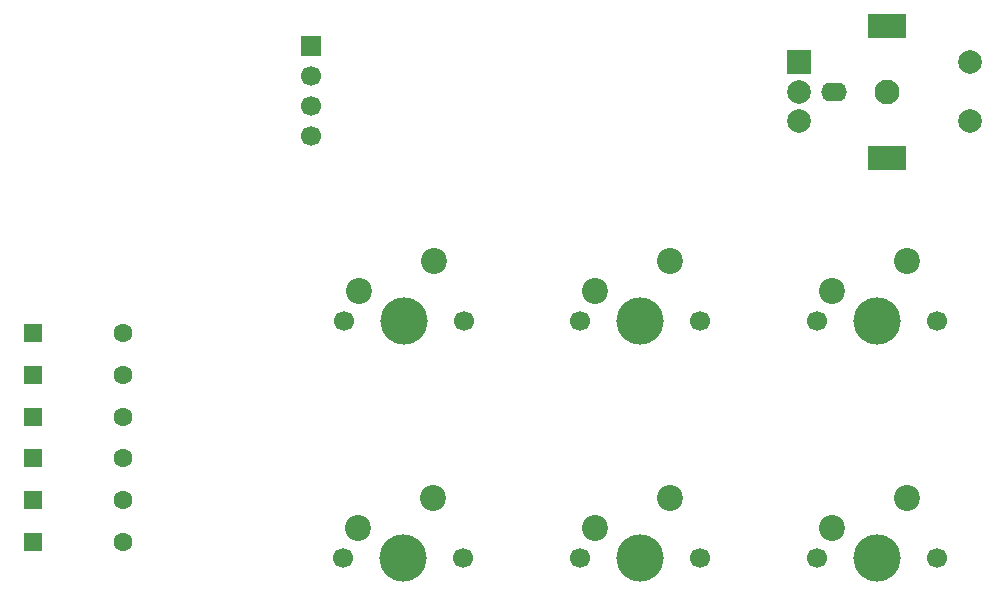
<source format=gbr>
%TF.GenerationSoftware,KiCad,Pcbnew,9.0.3*%
%TF.CreationDate,2026-01-25T12:41:43-05:00*%
%TF.ProjectId,hackclub_macropad,6861636b-636c-4756-925f-6d6163726f70,rev?*%
%TF.SameCoordinates,Original*%
%TF.FileFunction,Soldermask,Bot*%
%TF.FilePolarity,Negative*%
%FSLAX46Y46*%
G04 Gerber Fmt 4.6, Leading zero omitted, Abs format (unit mm)*
G04 Created by KiCad (PCBNEW 9.0.3) date 2026-01-25 12:41:43*
%MOMM*%
%LPD*%
G01*
G04 APERTURE LIST*
G04 Aperture macros list*
%AMRoundRect*
0 Rectangle with rounded corners*
0 $1 Rounding radius*
0 $2 $3 $4 $5 $6 $7 $8 $9 X,Y pos of 4 corners*
0 Add a 4 corners polygon primitive as box body*
4,1,4,$2,$3,$4,$5,$6,$7,$8,$9,$2,$3,0*
0 Add four circle primitives for the rounded corners*
1,1,$1+$1,$2,$3*
1,1,$1+$1,$4,$5*
1,1,$1+$1,$6,$7*
1,1,$1+$1,$8,$9*
0 Add four rect primitives between the rounded corners*
20,1,$1+$1,$2,$3,$4,$5,0*
20,1,$1+$1,$4,$5,$6,$7,0*
20,1,$1+$1,$6,$7,$8,$9,0*
20,1,$1+$1,$8,$9,$2,$3,0*%
G04 Aperture macros list end*
%ADD10C,1.700000*%
%ADD11C,4.000000*%
%ADD12C,2.200000*%
%ADD13R,1.700000X1.700000*%
%ADD14O,2.200000X1.600000*%
%ADD15C,2.100000*%
%ADD16R,2.000000X2.000000*%
%ADD17C,2.000000*%
%ADD18R,3.200000X2.000000*%
%ADD19RoundRect,0.250000X-0.550000X-0.550000X0.550000X-0.550000X0.550000X0.550000X-0.550000X0.550000X0*%
%ADD20C,1.600000*%
G04 APERTURE END LIST*
D10*
%TO.C,SW6*%
X162680000Y-86790000D03*
D11*
X167760000Y-86790000D03*
D10*
X172840000Y-86790000D03*
D12*
X170300000Y-81710000D03*
X163950000Y-84250000D03*
%TD*%
D10*
%TO.C,SW5*%
X162680000Y-66730000D03*
D11*
X167760000Y-66730000D03*
D10*
X172840000Y-66730000D03*
D12*
X170300000Y-61650000D03*
X163950000Y-64190000D03*
%TD*%
D10*
%TO.C,SW4*%
X142580000Y-86780000D03*
D11*
X147660000Y-86780000D03*
D10*
X152740000Y-86780000D03*
D12*
X150200000Y-81700000D03*
X143850000Y-84240000D03*
%TD*%
D10*
%TO.C,SW3*%
X142630000Y-66740000D03*
D11*
X147710000Y-66740000D03*
D10*
X152790000Y-66740000D03*
D12*
X150250000Y-61660000D03*
X143900000Y-64200000D03*
%TD*%
D10*
%TO.C,SW2*%
X122580000Y-86790000D03*
D11*
X127660000Y-86790000D03*
D10*
X132740000Y-86790000D03*
D12*
X130200000Y-81710000D03*
X123850000Y-84250000D03*
%TD*%
D10*
%TO.C,SW1*%
X122630000Y-66680000D03*
D11*
X127710000Y-66680000D03*
D10*
X132790000Y-66680000D03*
D12*
X130250000Y-61600000D03*
X123900000Y-64140000D03*
%TD*%
D13*
%TO.C,J_OLED1*%
X119850000Y-43420000D03*
D10*
X119850000Y-45960000D03*
X119850000Y-48500000D03*
X119850000Y-51040000D03*
%TD*%
D14*
%TO.C,ENC1*%
X164150000Y-47300000D03*
D15*
X168650000Y-47300000D03*
D16*
X161150000Y-44800000D03*
D17*
X161150000Y-49800000D03*
X161150000Y-47300000D03*
D18*
X168650000Y-41700000D03*
X168650000Y-52900000D03*
D17*
X175650000Y-49800000D03*
X175650000Y-44800000D03*
%TD*%
D19*
%TO.C,D6*%
X96340000Y-85450000D03*
D20*
X103960000Y-85450000D03*
%TD*%
D19*
%TO.C,D5*%
X96340000Y-81900000D03*
D20*
X103960000Y-81900000D03*
%TD*%
D19*
%TO.C,D4*%
X96340000Y-78350000D03*
D20*
X103960000Y-78350000D03*
%TD*%
D19*
%TO.C,D3*%
X96340000Y-74800000D03*
D20*
X103960000Y-74800000D03*
%TD*%
D19*
%TO.C,D2*%
X96340000Y-71250000D03*
D20*
X103960000Y-71250000D03*
%TD*%
D19*
%TO.C,D1*%
X96340000Y-67700000D03*
D20*
X103960000Y-67700000D03*
%TD*%
M02*

</source>
